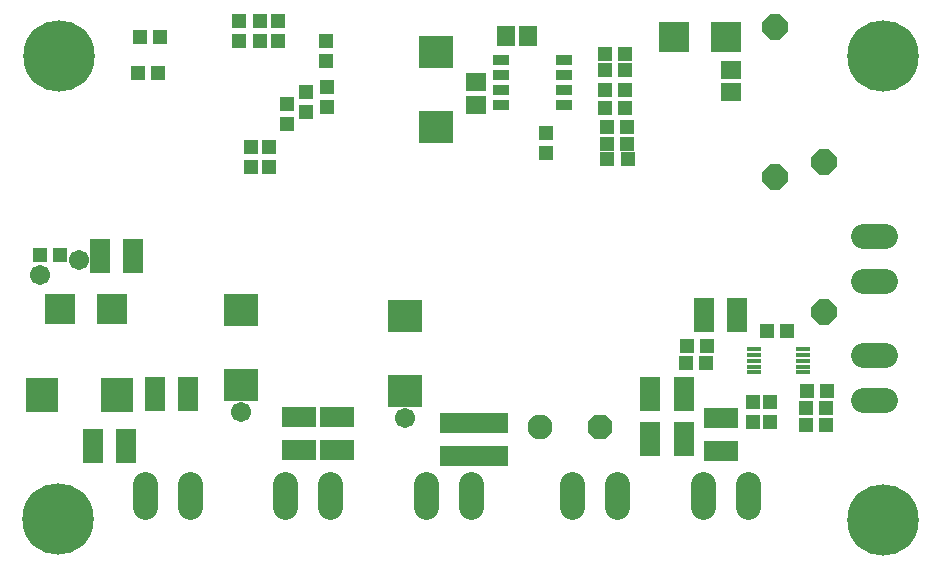
<source format=gbs>
G75*
G70*
%OFA0B0*%
%FSLAX24Y24*%
%IPPOS*%
%LPD*%
%AMOC8*
5,1,8,0,0,1.08239X$1,22.5*
%
%ADD10R,0.0513X0.0474*%
%ADD11R,0.1143X0.0710*%
%ADD12R,0.1025X0.1025*%
%ADD13R,0.0530X0.0380*%
%ADD14R,0.0592X0.0671*%
%ADD15R,0.0474X0.0513*%
%ADD16R,0.1143X0.1084*%
%ADD17C,0.0830*%
%ADD18OC8,0.0840*%
%ADD19R,0.0710X0.1143*%
%ADD20R,0.0474X0.0178*%
%ADD21R,0.0671X0.0592*%
%ADD22R,0.1084X0.1143*%
%ADD23C,0.0830*%
%ADD24OC8,0.0830*%
%ADD25C,0.2380*%
%ADD26C,0.0674*%
D10*
X001535Y012803D03*
X002205Y012803D03*
X008587Y015748D03*
X009178Y015748D03*
X009178Y016417D03*
X008587Y016417D03*
X011106Y017733D03*
X011106Y018402D03*
X011067Y019288D03*
X011067Y019957D03*
X009464Y019938D03*
X008893Y019957D03*
X008185Y019957D03*
X008185Y020627D03*
X008893Y020627D03*
X009464Y020607D03*
X018413Y016882D03*
X018413Y016213D03*
X020433Y017088D03*
X021103Y017088D03*
X021063Y018989D03*
X020394Y018989D03*
X025325Y007927D03*
X025876Y007930D03*
X025876Y007261D03*
X025325Y007257D03*
X027069Y007155D03*
X027738Y007155D03*
D11*
X024258Y007394D03*
X024258Y006291D03*
X016584Y006114D03*
X015435Y006106D03*
X015435Y007208D03*
X016584Y007217D03*
X011433Y007410D03*
X010192Y007428D03*
X010192Y006325D03*
X011433Y006308D03*
D12*
X003957Y011031D03*
X002224Y011031D03*
X022678Y020091D03*
X024410Y020091D03*
D13*
X019029Y019317D03*
X019029Y018817D03*
X019029Y018317D03*
X019029Y017817D03*
X016929Y017817D03*
X016929Y018317D03*
X016929Y018817D03*
X016929Y019317D03*
D14*
X017075Y020101D03*
X017823Y020101D03*
D15*
X020394Y019501D03*
X021063Y019501D03*
X021052Y018329D03*
X020382Y018329D03*
X020394Y017729D03*
X021063Y017729D03*
X021123Y016530D03*
X020454Y016530D03*
X020463Y016005D03*
X021133Y016005D03*
X025791Y010266D03*
X026460Y010266D03*
X023773Y009777D03*
X023104Y009777D03*
X023092Y009202D03*
X023761Y009202D03*
X027106Y008265D03*
X027775Y008265D03*
X027755Y007706D03*
X027086Y007706D03*
X010401Y017583D03*
X009771Y017839D03*
X010401Y018253D03*
X009771Y017170D03*
X005485Y018866D03*
X004815Y018866D03*
X004889Y020075D03*
X005559Y020075D03*
D16*
X014752Y019582D03*
X014752Y017082D03*
X008231Y010993D03*
X008231Y008493D03*
X013710Y008293D03*
X013710Y010793D03*
D17*
X014426Y005180D02*
X014426Y004430D01*
X015926Y004430D02*
X015926Y005180D01*
X019291Y005168D02*
X019291Y004418D01*
X020791Y004418D02*
X020791Y005168D01*
X023641Y005165D02*
X023641Y004415D01*
X025141Y004415D02*
X025141Y005165D01*
X028967Y007991D02*
X029717Y007991D01*
X029717Y009491D02*
X028967Y009491D01*
X028967Y011933D02*
X029717Y011933D01*
X029717Y013433D02*
X028967Y013433D01*
X011224Y005168D02*
X011224Y004418D01*
X009724Y004418D02*
X009724Y005168D01*
X006553Y005180D02*
X006553Y004430D01*
X005053Y004430D02*
X005053Y005180D01*
D18*
X026057Y015423D03*
X027682Y015907D03*
X026057Y020423D03*
X027682Y010907D03*
D19*
X024789Y010805D03*
X023687Y010805D03*
X022998Y008175D03*
X021896Y008175D03*
X021896Y006670D03*
X022998Y006670D03*
X006472Y008173D03*
X005370Y008173D03*
X004402Y006456D03*
X003299Y006456D03*
X003543Y012776D03*
X004645Y012776D03*
D20*
X025331Y009686D03*
X025331Y009490D03*
X025331Y009293D03*
X025331Y009096D03*
X025331Y008899D03*
X026995Y008899D03*
X026995Y009096D03*
X026995Y009293D03*
X026995Y009490D03*
X026995Y009686D03*
D21*
X016065Y017819D03*
X016065Y018567D03*
X024591Y018245D03*
X024591Y018993D03*
D22*
X004104Y008157D03*
X001604Y008157D03*
D23*
X018203Y007079D03*
D24*
X020203Y007079D03*
D25*
X002151Y004006D03*
X002194Y019435D03*
X029635Y019443D03*
X029655Y003990D03*
D26*
X013710Y007376D03*
X008238Y007573D03*
X001545Y012140D03*
X002844Y012651D03*
M02*

</source>
